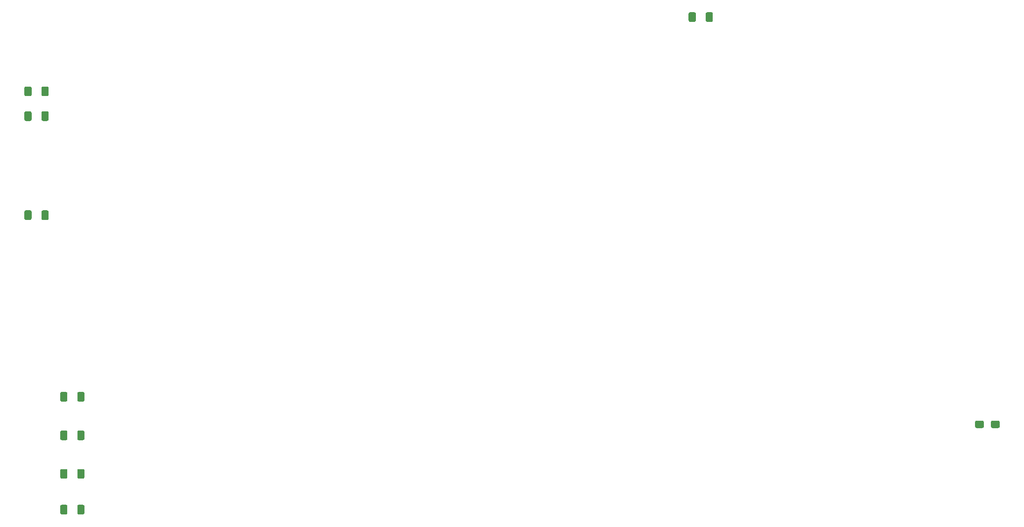
<source format=gbr>
%TF.GenerationSoftware,KiCad,Pcbnew,(5.1.7)-1*%
%TF.CreationDate,2020-11-10T11:56:55+09:00*%
%TF.ProjectId,BLDC_Motor_Controller_Ver1.0A_TEST,424c4443-5f4d-46f7-946f-725f436f6e74,Ver1.0A*%
%TF.SameCoordinates,Original*%
%TF.FileFunction,Paste,Bot*%
%TF.FilePolarity,Positive*%
%FSLAX46Y46*%
G04 Gerber Fmt 4.6, Leading zero omitted, Abs format (unit mm)*
G04 Created by KiCad (PCBNEW (5.1.7)-1) date 2020-11-10 11:56:55*
%MOMM*%
%LPD*%
G01*
G04 APERTURE LIST*
G04 APERTURE END LIST*
%TO.C,C35*%
G36*
G01*
X234775000Y-104425001D02*
X234775000Y-103574999D01*
G75*
G02*
X235024999Y-103325000I249999J0D01*
G01*
X236100001Y-103325000D01*
G75*
G02*
X236350000Y-103574999I0J-249999D01*
G01*
X236350000Y-104425001D01*
G75*
G02*
X236100001Y-104675000I-249999J0D01*
G01*
X235024999Y-104675000D01*
G75*
G02*
X234775000Y-104425001I0J249999D01*
G01*
G37*
G36*
G01*
X237650000Y-104425001D02*
X237650000Y-103574999D01*
G75*
G02*
X237899999Y-103325000I249999J0D01*
G01*
X238975001Y-103325000D01*
G75*
G02*
X239225000Y-103574999I0J-249999D01*
G01*
X239225000Y-104425001D01*
G75*
G02*
X238975001Y-104675000I-249999J0D01*
G01*
X237899999Y-104675000D01*
G75*
G02*
X237650000Y-104425001I0J249999D01*
G01*
G37*
%TD*%
%TO.C,R1*%
G36*
G01*
X184100000Y-29375000D02*
X184100000Y-30625000D01*
G75*
G02*
X183850000Y-30875000I-250000J0D01*
G01*
X183050000Y-30875000D01*
G75*
G02*
X182800000Y-30625000I0J250000D01*
G01*
X182800000Y-29375000D01*
G75*
G02*
X183050000Y-29125000I250000J0D01*
G01*
X183850000Y-29125000D01*
G75*
G02*
X184100000Y-29375000I0J-250000D01*
G01*
G37*
G36*
G01*
X187200000Y-29375000D02*
X187200000Y-30625000D01*
G75*
G02*
X186950000Y-30875000I-250000J0D01*
G01*
X186150000Y-30875000D01*
G75*
G02*
X185900000Y-30625000I0J250000D01*
G01*
X185900000Y-29375000D01*
G75*
G02*
X186150000Y-29125000I250000J0D01*
G01*
X186950000Y-29125000D01*
G75*
G02*
X187200000Y-29375000I0J-250000D01*
G01*
G37*
%TD*%
%TO.C,R2*%
G36*
G01*
X73200000Y-98375000D02*
X73200000Y-99625000D01*
G75*
G02*
X72950000Y-99875000I-250000J0D01*
G01*
X72150000Y-99875000D01*
G75*
G02*
X71900000Y-99625000I0J250000D01*
G01*
X71900000Y-98375000D01*
G75*
G02*
X72150000Y-98125000I250000J0D01*
G01*
X72950000Y-98125000D01*
G75*
G02*
X73200000Y-98375000I0J-250000D01*
G01*
G37*
G36*
G01*
X70100000Y-98375000D02*
X70100000Y-99625000D01*
G75*
G02*
X69850000Y-99875000I-250000J0D01*
G01*
X69050000Y-99875000D01*
G75*
G02*
X68800000Y-99625000I0J250000D01*
G01*
X68800000Y-98375000D01*
G75*
G02*
X69050000Y-98125000I250000J0D01*
G01*
X69850000Y-98125000D01*
G75*
G02*
X70100000Y-98375000I0J-250000D01*
G01*
G37*
%TD*%
%TO.C,R3*%
G36*
G01*
X73200000Y-105375000D02*
X73200000Y-106625000D01*
G75*
G02*
X72950000Y-106875000I-250000J0D01*
G01*
X72150000Y-106875000D01*
G75*
G02*
X71900000Y-106625000I0J250000D01*
G01*
X71900000Y-105375000D01*
G75*
G02*
X72150000Y-105125000I250000J0D01*
G01*
X72950000Y-105125000D01*
G75*
G02*
X73200000Y-105375000I0J-250000D01*
G01*
G37*
G36*
G01*
X70100000Y-105375000D02*
X70100000Y-106625000D01*
G75*
G02*
X69850000Y-106875000I-250000J0D01*
G01*
X69050000Y-106875000D01*
G75*
G02*
X68800000Y-106625000I0J250000D01*
G01*
X68800000Y-105375000D01*
G75*
G02*
X69050000Y-105125000I250000J0D01*
G01*
X69850000Y-105125000D01*
G75*
G02*
X70100000Y-105375000I0J-250000D01*
G01*
G37*
%TD*%
%TO.C,R4*%
G36*
G01*
X70100000Y-112375000D02*
X70100000Y-113625000D01*
G75*
G02*
X69850000Y-113875000I-250000J0D01*
G01*
X69050000Y-113875000D01*
G75*
G02*
X68800000Y-113625000I0J250000D01*
G01*
X68800000Y-112375000D01*
G75*
G02*
X69050000Y-112125000I250000J0D01*
G01*
X69850000Y-112125000D01*
G75*
G02*
X70100000Y-112375000I0J-250000D01*
G01*
G37*
G36*
G01*
X73200000Y-112375000D02*
X73200000Y-113625000D01*
G75*
G02*
X72950000Y-113875000I-250000J0D01*
G01*
X72150000Y-113875000D01*
G75*
G02*
X71900000Y-113625000I0J250000D01*
G01*
X71900000Y-112375000D01*
G75*
G02*
X72150000Y-112125000I250000J0D01*
G01*
X72950000Y-112125000D01*
G75*
G02*
X73200000Y-112375000I0J-250000D01*
G01*
G37*
%TD*%
%TO.C,R5*%
G36*
G01*
X70100000Y-118875000D02*
X70100000Y-120125000D01*
G75*
G02*
X69850000Y-120375000I-250000J0D01*
G01*
X69050000Y-120375000D01*
G75*
G02*
X68800000Y-120125000I0J250000D01*
G01*
X68800000Y-118875000D01*
G75*
G02*
X69050000Y-118625000I250000J0D01*
G01*
X69850000Y-118625000D01*
G75*
G02*
X70100000Y-118875000I0J-250000D01*
G01*
G37*
G36*
G01*
X73200000Y-118875000D02*
X73200000Y-120125000D01*
G75*
G02*
X72950000Y-120375000I-250000J0D01*
G01*
X72150000Y-120375000D01*
G75*
G02*
X71900000Y-120125000I0J250000D01*
G01*
X71900000Y-118875000D01*
G75*
G02*
X72150000Y-118625000I250000J0D01*
G01*
X72950000Y-118625000D01*
G75*
G02*
X73200000Y-118875000I0J-250000D01*
G01*
G37*
%TD*%
%TO.C,R33*%
G36*
G01*
X65400000Y-66625000D02*
X65400000Y-65375000D01*
G75*
G02*
X65650000Y-65125000I250000J0D01*
G01*
X66450000Y-65125000D01*
G75*
G02*
X66700000Y-65375000I0J-250000D01*
G01*
X66700000Y-66625000D01*
G75*
G02*
X66450000Y-66875000I-250000J0D01*
G01*
X65650000Y-66875000D01*
G75*
G02*
X65400000Y-66625000I0J250000D01*
G01*
G37*
G36*
G01*
X62300000Y-66625000D02*
X62300000Y-65375000D01*
G75*
G02*
X62550000Y-65125000I250000J0D01*
G01*
X63350000Y-65125000D01*
G75*
G02*
X63600000Y-65375000I0J-250000D01*
G01*
X63600000Y-66625000D01*
G75*
G02*
X63350000Y-66875000I-250000J0D01*
G01*
X62550000Y-66875000D01*
G75*
G02*
X62300000Y-66625000I0J250000D01*
G01*
G37*
%TD*%
%TO.C,R34*%
G36*
G01*
X65400000Y-44125000D02*
X65400000Y-42875000D01*
G75*
G02*
X65650000Y-42625000I250000J0D01*
G01*
X66450000Y-42625000D01*
G75*
G02*
X66700000Y-42875000I0J-250000D01*
G01*
X66700000Y-44125000D01*
G75*
G02*
X66450000Y-44375000I-250000J0D01*
G01*
X65650000Y-44375000D01*
G75*
G02*
X65400000Y-44125000I0J250000D01*
G01*
G37*
G36*
G01*
X62300000Y-44125000D02*
X62300000Y-42875000D01*
G75*
G02*
X62550000Y-42625000I250000J0D01*
G01*
X63350000Y-42625000D01*
G75*
G02*
X63600000Y-42875000I0J-250000D01*
G01*
X63600000Y-44125000D01*
G75*
G02*
X63350000Y-44375000I-250000J0D01*
G01*
X62550000Y-44375000D01*
G75*
G02*
X62300000Y-44125000I0J250000D01*
G01*
G37*
%TD*%
%TO.C,R35*%
G36*
G01*
X62300000Y-48625000D02*
X62300000Y-47375000D01*
G75*
G02*
X62550000Y-47125000I250000J0D01*
G01*
X63350000Y-47125000D01*
G75*
G02*
X63600000Y-47375000I0J-250000D01*
G01*
X63600000Y-48625000D01*
G75*
G02*
X63350000Y-48875000I-250000J0D01*
G01*
X62550000Y-48875000D01*
G75*
G02*
X62300000Y-48625000I0J250000D01*
G01*
G37*
G36*
G01*
X65400000Y-48625000D02*
X65400000Y-47375000D01*
G75*
G02*
X65650000Y-47125000I250000J0D01*
G01*
X66450000Y-47125000D01*
G75*
G02*
X66700000Y-47375000I0J-250000D01*
G01*
X66700000Y-48625000D01*
G75*
G02*
X66450000Y-48875000I-250000J0D01*
G01*
X65650000Y-48875000D01*
G75*
G02*
X65400000Y-48625000I0J250000D01*
G01*
G37*
%TD*%
M02*

</source>
